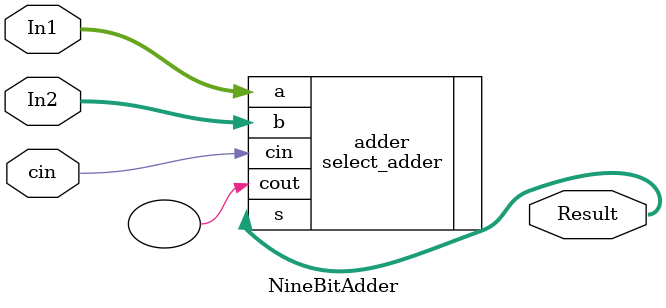
<source format=sv>
`timescale 1ns / 1ps


module NineBitAdder(
    input logic[8:0] In1,
    input logic[8:0] In2,
    input logic cin,
    
    output logic[8:0] Result
    );
    
    select_adder adder(.a(In1), .b(In2), .cin(cin), .s(Result), .cout());
endmodule

</source>
